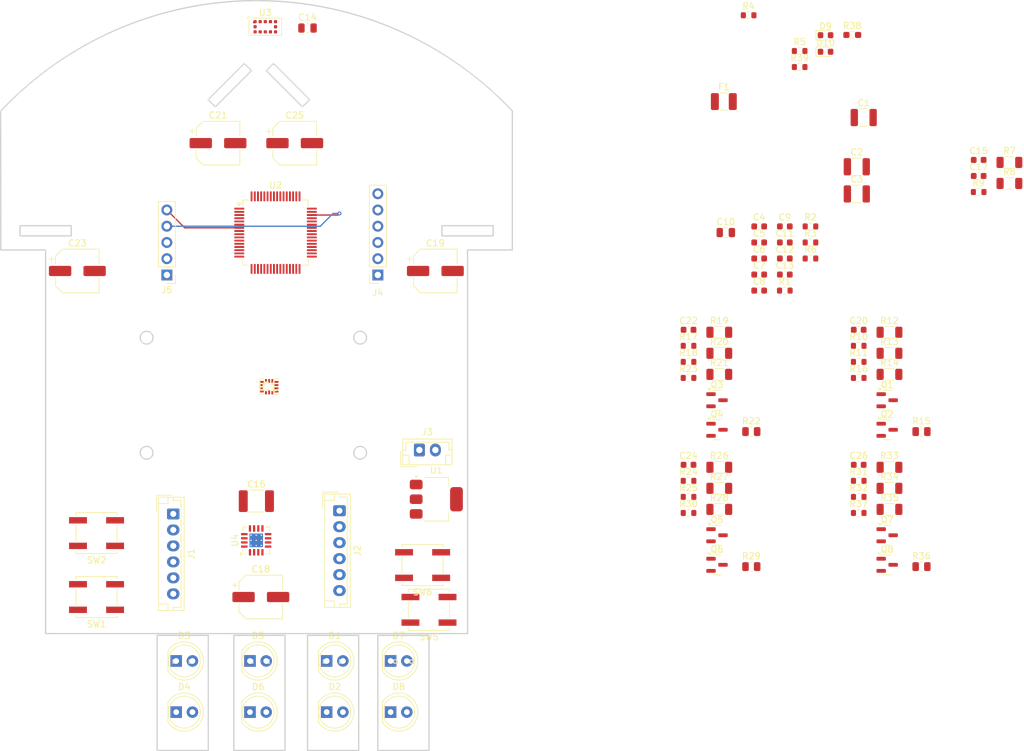
<source format=kicad_pcb>
(kicad_pcb (version 20240108) (generator "pcbnew") (generator_version "8.0")
  (layers (0 "F.Cu" signal) (31 "B.Cu" signal) (34 "B.Paste" user) (35 "F.Paste" user) (36 "B.SilkS" user "B.Silkscreen") (37 "F.SilkS" user "F.Silkscreen") (38 "B.Mask" user) (39 "F.Mask" user) (44 "Edge.Cuts" user))
  (net 0 "")
  (net 1 "GND")
  (net 2 "+7.5V")
  (net 3 "+3.3V")
  (net 4 "Net-(U2-VCAP_1)")
  (net 5 "/IR_Front_R")
  (net 6 "/IR_L")
  (net 7 "/IR_Front_L")
  (net 8 "/IR_R")
  (net 9 "Net-(D9-A)")
  (net 10 "/LED1")
  (net 11 "Net-(U4-VCP)")
  (net 12 "Net-(U4-VINT)")
  (net 13 "Net-(C19-Pad1)")
  (net 14 "Net-(D2-K)")
  (net 15 "Net-(C21-Pad1)")
  (net 16 "Net-(D4-K)")
  (net 17 "Net-(C23-Pad1)")
  (net 18 "Net-(D6-K)")
  (net 19 "Net-(C25-Pad1)")
  (net 20 "Net-(D8-K)")
  (net 21 "Net-(D1-K)")
  (net 22 "Net-(D1-A)")
  (net 23 "/LED2")
  (net 24 "Net-(D3-K)")
  (net 25 "Net-(D3-A)")
  (net 26 "Net-(D10-A)")
  (net 27 "Net-(D5-K)")
  (net 28 "Net-(D5-A)")
  (net 29 "/ICM-42688_INT1")
  (net 30 "Net-(D7-K)")
  (net 31 "Net-(D7-A)")
  (net 32 "/ICM-42688_CS")
  (net 33 "Net-(J3-Pin_1)")
  (net 35 "/ICM_42688_MISO")
  (net 36 "/ICM-42688_MOSI")
  (net 37 "/ICM-42688_SCK")
  (net 38 "/ICM_42688_INT2")
  (net 39 "/R_ENC_A")
  (net 40 "/R_ENC_B")
  (net 41 "/L_ENC_A")
  (net 45 "/L_ENC_B")
  (net 47 "/HC-05_TX")
  (net 48 "/Motor Driver/LMotor+")
  (net 49 "/Motor Driver/LMotor-")
  (net 50 "/HC-05_RX")
  (net 51 "/HC-05_KEY")
  (net 52 "/Motor Driver/RMotor-")
  (net 53 "/Motor Driver/RMotor+")
  (net 54 "/HC-05_STATE")
  (net 55 "/SWCLK")
  (net 56 "Net-(Q1-B)")
  (net 57 "Net-(Q1-C)")
  (net 58 "Net-(Q3-C)")
  (net 59 "Net-(Q3-B)")
  (net 60 "Net-(Q5-B)")
  (net 61 "Net-(Q5-C)")
  (net 62 "Net-(Q7-C)")
  (net 63 "Net-(Q7-B)")
  (net 64 "/VBATT_ADC")
  (net 65 "/BOOT0")
  (net 66 "/~{RESET}")
  (net 67 "Net-(U4-AISEN)")
  (net 68 "Net-(U4-BISEN)")
  (net 69 "/Motor Driver/Motor ~{FAULT}")
  (net 70 "/SWDIO")
  (net 71 "+VBATT")
  (net 72 "/VL53L4CD_SDA")
  (net 73 "/VL53L4CD_SCL")
  (net 74 "/IR_Front_R_Pulse")
  (net 75 "/IR_L_Pulse")
  (net 76 "/IR_Front_L_Pulse")
  (net 77 "/IR_R_Pulse")
  (net 81 "/SW2")
  (net 82 "/SWDCLK")
  (net 83 "/LMotor_B")
  (net 86 "/RMotor_B")
  (net 87 "/RMotor_A")
  (net 88 "/Motors_EN")
  (net 89 "/SW1")
  (net 90 "/VL53L4CD_EN")
  (net 91 "/VL53L4CD_INT")
  (net 92 "/LMotor_A")
  (net 93 "Net-(R3-Pad1)")
  (footprint "Package_TO_SOT_SMD:SOT-23" (layer "F.Cu") (at 165.05 126.335)
    (property "Reference" "Q5")
    (property "Value" "BC847")
  )
  (footprint "Resistor_SMD:R_0603_1608Metric" (layer "F.Cu") (at 160.6 101.73)
    (property "Reference" "R23")
    (property "Value" "10k")
  )
  (footprint "Resistor_SMD:R_0603_1608Metric" (layer "F.Cu") (at 175.66 88.07)
    (property "Reference" "R1")
    (property "Value" "400K")
  )
  (footprint "Resistor_SMD:R_0603_1608Metric" (layer "F.Cu") (at 187.22 101.73)
    (property "Reference" "R16")
    (property "Value" "10k")
  )
  (footprint "Resistor_SMD:R_0603_1608Metric" (layer "F.Cu") (at 179.67 83.05)
    (property "Reference" "R6")
    (property "Value" "10K")
  )
  (footprint "Resistor_SMD:R_1206_3216Metric" (layer "F.Cu") (at 192.03 94.59)
    (property "Reference" "R12")
    (property "Value" "50R")
  )
  (footprint "Capacitor_SMD:CP_Elec_6.3x4.5" (layer "F.Cu") (at 99 65)
    (property "Reference" "C25")
    (property "Value" "10uF")
  )
  (footprint "Capacitor_SMD:C_0603_1608Metric" (layer "F.Cu") (at 171.65 88.07)
    (property "Reference" "C8")
    (property "Value" "1uF")
  )
  (footprint "Resistor_SMD:R_0603_1608Metric" (layer "F.Cu") (at 170 45)
    (property "Reference" "R4")
    (property "Value" "4K7")
  )
  (footprint "Capacitor_SMD:C_0603_1608Metric" (layer "F.Cu") (at 160.6 94.2)
    (property "Reference" "C22")
    (property "Value" "100nF")
  )
  (footprint "Resistor_SMD:R_0805_2012Metric" (layer "F.Cu") (at 197.04 110.12)
    (property "Reference" "R15")
    (property "Value" "1k")
  )
  (footprint "Resistor_SMD:R_0603_1608Metric" (layer "F.Cu") (at 187.22 96.71)
    (property "Reference" "R10")
    (property "Value" "1k")
  )
  (footprint "Button_Switch_SMD:SW_Push_1P1T_NO_CK_KSC6xxJ" (layer "F.Cu") (at 68 136)
    (property "Reference" "SW1")
    (property "Value" "SW_Push")
  )
  (footprint "Resistor_SMD:R_0805_2012Metric" (layer "F.Cu") (at 197.04 131.24)
    (property "Reference" "R36")
    (property "Value" "1k")
  )
  (footprint "Package_TO_SOT_SMD:SOT-23" (layer "F.Cu") (at 191.67 109.84)
    (property "Reference" "Q2")
    (property "Value" "IRLML0030")
  )
  (footprint "Resistor_SMD:R_0603_1608Metric" (layer "F.Cu") (at 179.67 78.03)
    (property "Reference" "R2")
    (property "Value" "100K")
  )
  (footprint "Sensor_Distance:ST_VL53L1x" (layer "F.Cu") (at 94.4 46.8)
    (property "Reference" "U3")
    (property "Value" "VL53L0CXV0DH1")
  )
  (footprint "Resistor_SMD:R_1206_3216Metric" (layer "F.Cu") (at 192.03 122.29)
    (property "Reference" "R35")
    (property "Value" "710mR")
  )
  (footprint "Resistor_SMD:R_1206_3216Metric" (layer "F.Cu") (at 165.41 119)
    (property "Reference" "R27")
    (property "Value" "3R3")
  )
  (footprint "Capacitor_SMD:C_0603_1608Metric" (layer "F.Cu") (at 205.98 70.14)
    (property "Reference" "C17")
    (property "Value" "100nF")
  )
  (footprint "Package_DFN_QFN:Texas_RTY_WQFN-16-1EP_4x4mm_P0.65mm_EP2.1x2.1mm_ThermalVias" (layer "F.Cu") (at 92.975 127.1375 90)
    (property "Reference" "U4")
    (property "Value" "DRV8833RTY")
  )
  (footprint "Button_Switch_SMD:SW_Push_1P1T_NO_CK_KSC6xxJ" (layer "F.Cu") (at 120 138)
    (property "Reference" "SW5")
    (property "Value" "SW_Push")
  )
  (footprint "Resistor_SMD:R_0603_1608Metric_Pad0.98x0.95mm_HandSolder" (layer "F.Cu") (at 186.21 48.08)
    (property "Reference" "R38")
    (property "Value" "270R")
  )
  (footprint "Capacitor_SMD:C_1210_3225Metric" (layer "F.Cu") (at 186.92 68.7)
    (property "Reference" "C2")
    (property "Value" "10uF")
  )
  (footprint "LED_THT:LED_D5.0mm_IRGrey" (layer "F.Cu") (at 104 154)
    (property "Reference" "D2")
    (property "Value" "SFH203FA")
  )
  (footprint "Resistor_SMD:R_1206_3216Metric" (layer "F.Cu") (at 210.79 71.31)
    (property "Reference" "R8")
    (property "Value" "10R")
  )
  (footprint "Capacitor_SMD:C_0603_1608Metric" (layer "F.Cu") (at 171.65 80.54)
    (property "Reference" "C5")
    (property "Value" "100nF")
  )
  (footprint "Capacitor_SMD:CP_Elec_6.3x4.5" (layer "F.Cu") (at 93.7 136)
    (property "Reference" "C18")
    (property "Value" "10uF")
  )
  (footprint "Resistor_SMD:R_0603_1608Metric" (layer "F.Cu") (at 179.67 80.54)
    (property "Reference" "R3")
    (property "Value" "10K")
  )
  (footprint "Capacitor_SMD:C_0603_1608Metric" (layer "F.Cu") (at 175.66 85.56)
    (property "Reference" "C13")
    (property "Value" "100nF")
  )
  (footprint "Connector_PinHeader_2.54mm:PinHeader_1x05_P2.54mm_Vertical" (layer "F.Cu") (at 79 85.62 180)
    (property "Reference" "J5")
    (property "Value" "Conn_01x05_Socket")
  )
  (footprint "Resistor_SMD:R_0603_1608Metric" (layer "F.Cu") (at 160.6 122.85)
    (property "Reference" "R30")
    (property "Value" "10k")
  )
  (footprint "LED_THT:LED_D5.0mm_IRGrey" (layer "F.Cu") (at 80.46 154)
    (property "Reference" "D4")
    (property "Value" "SFH203FA")
  )
  (footprint "LED_THT:LED_D5.0mm_IRGrey" (layer "F.Cu") (at 92 154)
    (property "Reference" "D6")
    (property "Value" "SFH203FA")
  )
  (footprint "Resistor_SMD:R_0603_1608Metric" (layer "F.Cu") (at 160.6 117.83)
    (property "Reference" "R24")
    (property "Value" "1k")
  )
  (footprint "Resistor_SMD:R_1206_3216Metric" (layer "F.Cu") (at 165.41 101.17)
    (property "Reference" "R21")
    (property "Value" "710mR")
  )
  (footprint "SamacSys_Parts:IIM42352" (layer "F.Cu") (at 95 103.1)
    (property "Reference" "IC1")
    (property "Value" "ICM-42688-P" (hide yes))
  )
  (footprint "Capacitor_SMD:C_0603_1608Metric" (layer "F.Cu") (at 205.98 67.63)
    (property "Reference" "C15")
    (property "Value" "10nF")
  )
  (footprint "Capacitor_SMD:C_0603_1608Metric" (layer "F.Cu") (at 171.65 78.03)
    (property "Reference" "C4")
    (property "Value" "100nF")
  )
  (footprint "Package_TO_SOT_SMD:SOT-23" (layer "F.Cu") (at 191.67 130.96)
    (property "Reference" "Q8")
    (property "Value" "IRLML0030")
  )
  (footprint "Fuse:Fuse_1210_3225Metric" (layer "F.Cu") (at 166.12 58.5)
    (property "Reference" "F1")
    (property "Value" "Polyfuse")
  )
  (footprint "Button_Switch_SMD:SW_Push_1P1T_NO_CK_KSC6xxJ" (layer "F.Cu") (at 119 131)
    (property "Reference" "SW6")
    (property "Value" "SW_Push")
  )
  (footprint "LED_SMD:LED_0603_1608Metric" (layer "F.Cu") (at 182.03 50.71)
    (property "Reference" "D10")
    (property "Value" "Blue")
  )
  (footprint "Capacitor_SMD:CP_Elec_6.3x4.5" (layer "F.Cu") (at 121 85)
    (property "Reference" "C19")
    (property "Value" "10uF")
  )
  (footprint "Resistor_SMD:R_0603_1608Metric" (layer "F.Cu") (at 187.22 120.34)
    (property "Reference" "R32")
    (property "Value" "10k")
  )
  (footprint "LED_THT:LED_D5.0mm_IRGrey" (layer "F.Cu") (at 114 154)
    (property "Reference" "D8")
    (property "Value" "SFH203FA")
  )
  (footprint "LED_THT:LED_D5.0mm_IRGrey" (layer "F.Cu") (at 80.46 146)
    (property "Reference" "D3")
    (property "Value" "SFH4546")
  )
  (footprint "LED_THT:LED_D5.0mm_IRGrey" (layer "F.Cu") (at 92 146)
    (property "Reference" "D5")
    (property "Value" "SFH4546")
  )
  (footprint "Resistor_SMD:R_0805_2012Metric" (layer "F.Cu") (at 170.42 131.24)
    (property "Reference" "R29")
    (property "Value" "1k")
  )
  (footprint "Capacitor_SMD:C_1210_3225Metric" (layer "F.Cu") (at 188 61)
    (property "Reference" "C1")
    (property "Value" "10uF")
  )
  (footprint "Button_Switch_SMD:SW_Push_1P1T_NO_CK_KSC6xxJ" (layer "F.Cu") (at 68 126)
    (property "Reference" "SW2")
    (property "Value" "SW_Push")
  )
  (footprint "Capacitor_SMD:C_0603_1608Metric" (layer "F.Cu") (at 175.66 78.03)
    (property "Reference" "C9")
    (property "Value" "100nF")
  )
  (footprint "Capacitor_SMD:C_0805_2012Metric" (layer "F.Cu") (at 101 47)
    (property "Reference" "C14")
    (property "Value" "1uF")
  )
  (footprint "Resistor_SMD:R_0603_1608Metric" (layer "F.Cu") (at 205.98 72.65)
    (property "Reference" "R9")
    (property "Value" "10K")
  )
  (footprint "Resistor_SMD:R_1206_3216Metric" (layer "F.Cu") (at 165.41 97.88)
    (property "Reference" "R20")
    (property "Value" "3R3")
  )
  (footprint "Resistor_SMD:R_1206_3216Metric" (layer "F.Cu") (at 165.41 94.59)
    (property "Reference" "R19")
    (property "Value" "50R")
  )
  (footprint "Capacitor_SMD:C_0603_1608Metric" (layer "F.Cu") (at 175.66 83.05)
    (property "Reference" "C12")
    (property "Value" "100nF")
  )
  (footprint "Capacitor_SMD:C_0603_1608Metric" (layer "F.Cu") (at 175.66 80.54)
    (property "Reference" "C11")
    (property "Value" "100nF")
  )
  (footprint "Resistor_SMD:R_0603_1608Metric" (layer "F.Cu") (at 177.98 53.1)
    (property "Reference" "R39")
    (property "Value" "20R")
  )
  (footprint "Package_QFP:LQFP-64_10x10mm_P0.5mm" (layer "F.Cu") (at 96 79)
    (property "Reference" "U2")
    (property "Value" "STM32F446RETx")
  )
  (footprint "Package_TO_SOT_SMD:SOT-23" (layer "F.Cu") (at 165.05 109.84)
    (property "Reference" "Q4")
    (property "Value" "IRLML0030")
  )
  (footprint "Resistor_SMD:R_0603_1608Metric" (layer "F.Cu") (at 187.22 99.22)
    (property "Reference" "R11")
    (property "Value" "10k")
  )
  (footprint "Resistor_SMD:R_1206_3216Metric" (layer "F.Cu") (at 165.41 115.71)
    (property "Reference" "R26")
    (property "Value" "50R")
  )
  (footprint "Resistor_SMD:R_1206_3216Metric" (layer "F.Cu") (at 192.03 115.71)
    (property "Reference" "R33")
    (property "Value" "50R")
  )
  (footprint "Capacitor_SMD:C_1812_4532Metric" (layer "F.Cu") (at 93 121)
    (property "Reference" "C16")
    (property "Value" "2.2uF")
  )
  (footprint "Resistor_SMD:R_0603_1608Metric" (layer "F.Cu") (at 160.6 120.34)
    (property "Reference" "R25")
    (property "Value" "10k")
  )
  (footprint "Capacitor_SMD:CP_Elec_6.3x4.5" (layer "F.Cu") (at 65 85)
    (property "Reference" "C23")
    (property "Value" "10uF")
  )
  (footprint "Connector_JST:JST_EH_B2B-EH-A_1x02_P2.50mm_Vertical" (layer "F.Cu") (at 118.5 113)
    (property "Reference" "J3")
    (property "Value" "Conn_01x02_Pin")
  )
  (footprint "Capacitor_SMD:C_0603_1608Metric" (layer "F.Cu") (at 171.65 83.05)
    (property "Reference" "C6")
    (property "Value" "100nF")
  )
  (footprint "Capacitor_SMD:C_0603_1608Metric" (layer "F.Cu") (at 171.65 85.56)
    (property "Reference" "C7")
    (property "Value" "100nF")
  )
  (footprint "LED_SMD:LED_0603_1608Metric" (layer "F.Cu") (at 182.03 48.12)
    (property "Reference" "D9")
    (property "Value" "Red")
  )
  (footprint "Capacitor_SMD:CP_Elec_6.3x4.5" (layer "F.Cu") (at 87 65)
    (property "Reference" "C21")
    (property "Value" "10uF")
  )
  (footprint "Resistor_SMD:R_0805_2012Metric" (layer "F.Cu") (at 170.42 110.12)
    (property "Reference" "R22")
    (property "Value" "1k")
  )
  (footprint "Resistor_SMD:R_0603_1608Metric" (layer "F.Cu") (at 160.6 96.71)
    (property "Reference" "R17")
    (property "Value" "1k")
  )
  (footprint "Resistor_SMD:R_1206_3216Metric" (layer "F.Cu") (at 192.03 101.17)
    (property "Reference" "R14")
    (property "Value" "710mR")
  )
  (footprint "Resistor_SMD:R_0603_1608Metric" (layer "F.Cu") (at 187.22 122.85)
    (property "Reference" "R37")
    (property "Value" "10k")
  )
  (footprint "Resistor_SMD:R_0603_1608Metric" (layer "F.Cu") (at 177.98 50.59)
    (property "Reference" "R5")
    (property "Value" "4K7")
  )
  (footprint "Package_TO_SOT_SMD:SOT-223-3_TabPin2" (layer "F.Cu") (at 121.15 120.7)
    (property "Reference" "U1")
    (property "Value" "AMS1117-3.3")
  )
  (footprint "Package_TO_SOT_SMD:SOT-23" (layer "F.Cu") (at 191.67 105.215)
    (property "Reference" "Q1")
    (property "Value" "BC847")
  )
  (footprint "Capacitor_SMD:C_0603_1608Metric" (layer "F.Cu") (at 160.6 115.32)
    (property "Reference" "C24")
    (property "Value" "100nF")
  )
  (footprint "Resistor_SMD:R_1206_3216Metric" (layer "F.Cu") (at 210.79 68.02)
    (property "Reference" "R7")
    (property "Value" "10R")
  )
  (footprint "Resistor_SMD:R_0603_1608Metric" (layer "F.Cu") (at 187.22 117.83)
    (property "Reference" "R31")
    (property "Value" "1k")
  )
  (footprint "Package_TO_SOT_SMD:SOT-23" (layer "F.Cu") (at 165.05 130.96)
    (property "Reference" "Q6")
    (property "Value" "IRLML0030")
  )
  (footprint "Resistor_SMD:R_1206_3216Metric" (layer "F.Cu") (at 192.03 119)
    (property "Reference" "R34")
    (property "Value" "3R3")
  )
  (footprint "Package_TO_SOT_SMD:SOT-23" (layer "F.Cu") (at 191.67 126.335)
    (property "Reference" "Q7")
    (property "Value" "BC847")
  )
  (footprint "Capacitor_SMD:C_0805_2012Metric" (layer "F.Cu") (at 166.43 78.99)
    (property "Reference" "C10")
    (property "Value" "100nF")
  )
  (footprint "Capacitor_SMD:C_1210_3225Metric" (layer "F.Cu") (at 186.92 72.95)
    (property "Reference" "C3")
    (property "Value" "2.2uF")
  )
  (footprint "Connector_JST:JST_EH_B6B-EH-A_1x06_P2.50mm_Vertical" (layer "F.Cu") (at 80 123 -90)
    (property "Reference" "J1")
    (property "Value" "Conn_01x06_Socket")
  )
  (footprint "Connector_JST:JST_EH_B6B-EH-A_1x06_P2.50mm_Vertical" (layer "F.Cu") (at 106 122.5 -90)
    (property "Reference" "J2")
    (property "Value" "Conn_01x06_Socket")
  )
  (footprint "Capacitor_SMD:C_0603_1608Metric" (layer "F.Cu") (at 187.22 115.32)
    (property "Reference" "C26")
    (property "Value" "100nF")
  )
  (footprint "Resistor_SMD:R_1206_3216Metric" (layer "F.Cu") (at 192.03 97.88)
    (property "Reference" "R13")
    (property "Value" "3R3")
  )
  (footprint "LED_THT:LED_D5.0mm_IRGrey" (layer "F.Cu") (at 104 146)
    (property "Reference" "D1")
    (property "Value" "SFH4546")
  )
  (footprint "Package_TO_SOT_SMD:SOT-23" (layer "F.Cu") (at 165.05 105.215)
    (property "Reference" "Q3")
    (property "Value" "BC847")
  )
  (footprint "LED_THT:LED_D5.0mm_IRGrey" (layer "F.Cu") (at 114 146)
    (property "Reference" "D7")
    (property "Value" "SFH4546")
  )
  (footprint "Connector_PinSocket_2.54mm:PinSocket_1x06_P2.54mm_Vertical" (layer "F.Cu") (at 112 85.62 180)
    (property "Reference" "J4")
    (property "Value" "Conn_01x06_Socket")
  )
  (footprint "Capacitor_SMD:C_0603_1608Metric" (layer "F.Cu") (at 187.22 94.2)
    (property "Reference" "C20")
    (property "Value" "100nF")
  )
  (footprint "Resistor_SMD:R_1206_3216Metric" (layer "F.Cu") (at 165.41 122.29)
    (property "Reference" "R28")
    (property "Value" "710mR")
  )
  (footprint "Resistor_SMD:R_0603_1608Metric" (layer "F.Cu") (at 160.6 99.22)
    (property "Reference" "R18")
    (property "Value" "10k")
  )
  (gr_line (start 100.212078 59.326691) (end 94.555224 53.669837) (stroke (width 0.2)) (layer "Edge.Cuts"))
  (gr_line (start 95.686595 52.538466) (end 101.343449 58.19532) (stroke (width 0.2)) (layer "Edge.Cuts"))
  (gr_line (start 89.48 160) (end 97.48 160) (stroke (width 0.2)) (layer "Edge.Cuts"))
  (gr_line (start 79.96 146.337643) (end 79.96 145.837643) (stroke (width 0.2)) (layer "Edge.Cuts"))
  (gr_line (start 60.033356 141.713793) (end 126.033356 141.713793) (stroke (width 0.2)) (layer "Edge.Cuts"))
  (gr_line (start 114.98 146.337643) (end 114.48 146.337643) (stroke (width 0.2)) (layer "Edge.Cuts"))
  (gr_line (start 130.033356 79.513793) (end 122.033356 79.513793) (stroke (width 0.2)) (layer "Edge.Cuts"))
  (gr_line (start 103.98 145.837643) (end 103.98 146.337643) (stroke (width 0.2)) (layer "Edge.Cuts"))
  (gr_line (start 89.48 142) (end 89.48 160) (stroke (width 0.2)) (layer "Edge.Cuts"))
  (gr_line (start 85.454719 58.19532) (end 91.111573 52.538466) (stroke (width 0.2)) (layer "Edge.Cuts"))
  (gr_line (start 117.52 145.837643) (end 117.52 146.337643) (stroke (width 0.2)) (layer "Edge.Cuts"))
  (gr_circle (center 109.235718 113.433984) (end 110.235718 113.433984) (stroke (width 0.2)) (fill none) (layer "Edge.Cuts"))
  (gr_line (start 122.033356 79.513793) (end 122.033356 77.913793) (stroke (width 0.2)) (layer "Edge.Cuts"))
  (gr_line (start 112 142) (end 112 160) (stroke (width 0.2)) (layer "Edge.Cuts"))
  (gr_line (start 91.96 146.337643) (end 91.96 145.837643) (stroke (width 0.2)) (layer "Edge.Cuts"))
  (gr_line (start 130.033356 77.913793) (end 130.033356 79.513793) (stroke (width 0.2)) (layer "Edge.Cuts"))
  (gr_line (start 101.343449 58.19532) (end 100.212078 59.326691) (stroke (width 0.2)) (layer "Edge.Cuts"))
  (gr_line (start 64.033356 77.913793) (end 64.033356 79.513793) (stroke (width 0.2)) (layer "Edge.Cuts"))
  (gr_line (start 101 142) (end 101 160) (stroke (width 0.2)) (layer "Edge.Cuts"))
  (gr_line (start 109 142) (end 101 142) (stroke (width 0.2)) (layer "Edge.Cuts"))
  (gr_line (start 117.02 146.337643) (end 117.02 145.837643) (stroke (width 0.2)) (layer "Edge.Cuts"))
  (gr_line (start 114.98 145.837643) (end 114.98 146.337643) (stroke (width 0.2)) (layer "Edge.Cuts"))
  (gr_line (start 53 60) (end 53.033356 81.713793) (stroke (width 0.2)) (layer "Edge.Cuts"))
  (gr_line (start 92.46 145.837643) (end 92.46 146.337643) (stroke (width 0.2)) (layer "Edge.Cuts"))
  (gr_line (start 106.52 146.337643) (end 106.02 146.337643) (stroke (width 0.2)) (layer "Edge.Cuts"))
  (gr_line (start 77.48 160) (end 85.48 160) (stroke (width 0.2)) (layer "Edge.Cuts"))
  (gr_line (start 83 146.337643) (end 82.5 146.337643) (stroke (width 0.2)) (layer "Edge.Cuts"))
  (gr_line (start 80.46 146.337643) (end 79.96 146.337643) (stroke (width 0.2)) (layer "Edge.Cuts"))
  (gr_line (start 77.48 142) (end 77.48 160) (stroke (width 0.2)) (layer "Edge.Cuts"))
  (gr_line (start 103.48 145.837643) (end 103.98 145.837643) (stroke (width 0.2)) (layer "Edge.Cuts"))
  (gr_line (start 106.02 145.837643) (end 106.52 145.837643) (stroke (width 0.2)) (layer "Edge.Cuts"))
  (gr_line (start 94.5 145.837643) (end 95 145.837643) (stroke (width 0.2)) (layer "Edge.Cuts"))
  (gr_circle (center 109.235718 95.433984) (end 110.235718 95.433984) (stroke (width 0.2)) (fill none) (layer "Edge.Cuts"))
  (gr_line (start 122.033356 77.913793) (end 130.033356 77.913793) (stroke (width 0.2)) (layer "Edge.Cuts"))
  (gr_line (start 97.48 160) (end 97.48 142) (stroke (width 0.2)) (layer "Edge.Cuts"))
  (gr_line (start 114.48 145.837643) (end 114.98 145.837643) (stroke (width 0.2)) (layer "Edge.Cuts"))
  (gr_line (start 83 145.837643) (end 83 146.337643) (stroke (width 0.2)) (layer "Edge.Cuts"))
  (gr_line (start 126.033356 81.713793) (end 133.033356 81.713793) (stroke (width 0.2)) (layer "Edge.Cuts"))
  (gr_line (start 56.033356 79.513793) (end 56.033356 77.913793) (stroke (width 0.2)) (layer "Edge.Cuts"))
  (gr_line (start 112 160) (end 120 160) (stroke (width 0.2)) (layer "Edge.Cuts"))
  (gr_line (start 80.46 145.837643) (end 80.46 146.337643) (stroke (width 0.2)) (layer "Edge.Cuts"))
  (gr_line (start 82.5 146.337643) (end 82.5 145.837643) (stroke (width 0.2)) (layer "Edge.Cuts"))
  (gr_line (start 95 145.837643) (end 95 146.337643) (stroke (width 0.2)) (layer "Edge.Cuts"))
  (gr_line (start 117.52 146.337643) (end 117.02 146.337643) (stroke (width 0.2)) (layer "Edge.Cuts"))
  (gr_line (start 79.96 145.837643) (end 80.46 145.837643) (stroke (width 0.2)) (layer "Edge.Cuts"))
  (gr_line (start 94.555224 53.669837) (end 95.686595 52.538466) (stroke (width 0.2)) (layer "Edge.Cuts"))
  (gr_line (start 85.48 160) (end 85.48 142) (stroke (width 0.2)) (layer "Edge.Cuts"))
  (gr_line (start 92.242944 53.669837) (end 86.586089 59.326691) (stroke (width 0.2)) (layer "Edge.Cuts"))
  (gr_line (start 86.586089 59.326691) (end 85.454719 58.19532) (stroke (width 0.2)) (layer "Edge.Cuts"))
  (gr_line (start 114.48 146.337643) (end 114.48 145.837643) (stroke (width 0.2)) (layer "Edge.Cuts"))
  (gr_line (start 117.02 145.837643) (end 117.52 145.837643) (stroke (width 0.2)) (layer "Edge.Cuts"))
  (gr_line (start 103.48 146.337643) (end 103.48 145.837643) (stroke (width 0.2)) (layer "Edge.Cuts"))
  (gr_line (start 92.46 146.337643) (end 91.96 146.337643) (stroke (width 0.2)) (layer "Edge.Cuts"))
  (gr_line (start 91.111573 52.538466) (end 92.242944 53.669837) (stroke (width 0.2)) (layer "Edge.Cuts"))
  (gr_line (start 64.033356 79.513793) (end 56.033356 79.513793) (stroke (width 0.2)) (layer "Edge.Cuts"))
  (gr_circle (center 75.830994 95.433984) (end 76.830994 95.433984) (stroke (width 0.2)) (fill none) (layer "Edge.Cuts"))
  (gr_line (start 82.5 145.837643) (end 83 145.837643) (stroke (width 0.2)) (layer "Edge.Cuts"))
  (gr_line (start 133.033356 81.713793) (end 133.033356 59.964624) (stroke (width 0.2)) (layer "Edge.Cuts"))
  (gr_line (start 53.033356 81.713793) (end 60.033356 81.713793) (stroke (width 0.2)) (layer "Edge.Cuts"))
  (gr_line (start 109 160) (end 109 142) (stroke (width 0.2)) (layer "Edge.Cuts"))
  (gr_line (start 91.96 145.837643) (end 92.46 145.837643) (stroke (width 0.2)) (layer "Edge.Cuts"))
  (gr_line (start 103.98 146.337643) (end 103.48 146.337643) (stroke (width 0.2)) (layer "Edge.Cuts"))
  (gr_line (start 56.033356 77.913793) (end 64.033356 77.913793) (stroke (width 0.2)) (layer "Edge.Cuts"))
  (gr_line (start 120 160) (end 120 142) (stroke (width 0.2)) (layer "Edge.Cuts"))
  (gr_arc (start 53 60) (mid 93.009045 42.713798) (end 133.033356 59.964624) (stroke (width 0.2)) (layer "Edge.Cuts"))
  (gr_line (start 60.033356 81.713793) (end 60.033356 141.713793) (stroke (width 0.2)) (layer "Edge.Cuts"))
  (gr_line (start 97.48 142) (end 89.48 142) (stroke (width 0.2)) (layer "Edge.Cuts"))
  (gr_line (start 101 160) (end 109 160) (stroke (width 0.2)) (layer "Edge.Cuts"))
  (gr_line (start 94.5 146.337643) (end 94.5 145.837643) (stroke (width 0.2)) (layer "Edge.Cuts"))
  (gr_line (start 106.52 145.837643) (end 106.52 146.337643) (stroke (width 0.2)) (layer "Edge.Cuts"))
  (gr_line (start 85.48 142) (end 77.48 142) (stroke (width 0.2)) (layer "Edge.Cuts"))
  (gr_line (start 106.02 146.337643) (end 106.02 145.837643) (stroke (width 0.2)) (layer "Edge.Cuts"))
  (gr_line (start 95 146.337643) (end 94.5 146.337643) (stroke (width 0.2)) (layer "Edge.Cuts"))
  (gr_line (start 126.033356 141.713793) (end 126.033356 81.713793) (stroke (width 0.2)) (layer "Edge.Cuts"))
  (gr_circle (center 75.830994 113.433984) (end 76.830994 113.433984) (stroke (width 0.2)) (fill none) (layer "Edge.Cuts"))
  (gr_line (start 120 142) (end 112 142) (stroke (width 0.2)) (layer "Edge.Cuts"))
  (segment (start 81.79 78.25) (end 79 75.46) (width 0.2) (layer "F.Cu") (net 66))
  (segment (start 90.325 78.25) (end 81.79 78.25) (width 0.2) (layer "F.Cu") (net 66))
  (segment (start 105.75 76.25) (end 106 76) (width 0.2) (layer "F.Cu") (net 70))
  (segment (start 101.675 76.25) (end 105.75 76.25) (width 0.2) (layer "F.Cu") (net 70))
  (via (at 106 76) (size 0.6) (drill 0.3) (layers "F.Cu" "B.Cu") (net 70))
  (segment (start 106 76) (end 105 76) (width 0.2) (layer "B.Cu") (net 70))
  (segment (start 105 76) (end 103 78) (width 0.2) (layer "B.Cu") (net 70))
  (segment (start 103 78) (end 79 78) (width 0.2) (layer "B.Cu") (net 70))
)
</source>
